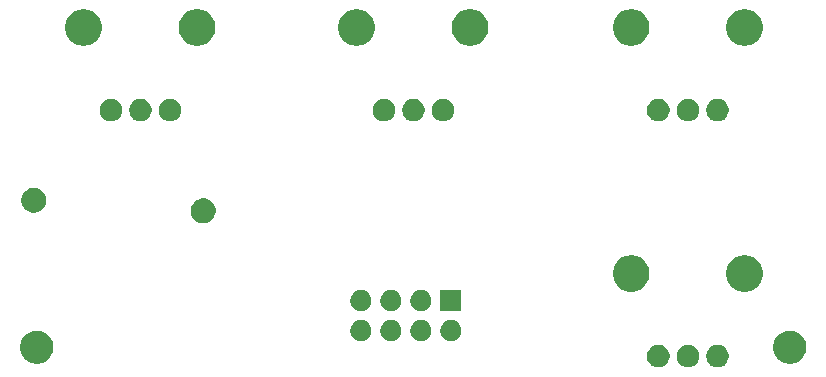
<source format=gbr>
G04 #@! TF.GenerationSoftware,KiCad,Pcbnew,5.1.5-52549c5~86~ubuntu18.04.1*
G04 #@! TF.CreationDate,2020-05-17T18:15:10-04:00*
G04 #@! TF.ProjectId,RX EQ Shield,52582045-5120-4536-9869-656c642e6b69,rev?*
G04 #@! TF.SameCoordinates,Original*
G04 #@! TF.FileFunction,Soldermask,Bot*
G04 #@! TF.FilePolarity,Negative*
%FSLAX46Y46*%
G04 Gerber Fmt 4.6, Leading zero omitted, Abs format (unit mm)*
G04 Created by KiCad (PCBNEW 5.1.5-52549c5~86~ubuntu18.04.1) date 2020-05-17 18:15:10*
%MOMM*%
%LPD*%
G04 APERTURE LIST*
%ADD10C,0.100000*%
G04 APERTURE END LIST*
D10*
G36*
X157543395Y-154279546D02*
G01*
X157716466Y-154351234D01*
X157716467Y-154351235D01*
X157872227Y-154455310D01*
X158004690Y-154587773D01*
X158004691Y-154587775D01*
X158108766Y-154743534D01*
X158180454Y-154916605D01*
X158217000Y-155100333D01*
X158217000Y-155287667D01*
X158180454Y-155471395D01*
X158108766Y-155644466D01*
X158089332Y-155673551D01*
X158004690Y-155800227D01*
X157872227Y-155932690D01*
X157793818Y-155985081D01*
X157716466Y-156036766D01*
X157543395Y-156108454D01*
X157359667Y-156145000D01*
X157172333Y-156145000D01*
X156988605Y-156108454D01*
X156815534Y-156036766D01*
X156738182Y-155985081D01*
X156659773Y-155932690D01*
X156527310Y-155800227D01*
X156442668Y-155673551D01*
X156423234Y-155644466D01*
X156351546Y-155471395D01*
X156315000Y-155287667D01*
X156315000Y-155100333D01*
X156351546Y-154916605D01*
X156423234Y-154743534D01*
X156527309Y-154587775D01*
X156527310Y-154587773D01*
X156659773Y-154455310D01*
X156815533Y-154351235D01*
X156815534Y-154351234D01*
X156988605Y-154279546D01*
X157172333Y-154243000D01*
X157359667Y-154243000D01*
X157543395Y-154279546D01*
G37*
G36*
X160043395Y-154279546D02*
G01*
X160216466Y-154351234D01*
X160216467Y-154351235D01*
X160372227Y-154455310D01*
X160504690Y-154587773D01*
X160504691Y-154587775D01*
X160608766Y-154743534D01*
X160680454Y-154916605D01*
X160717000Y-155100333D01*
X160717000Y-155287667D01*
X160680454Y-155471395D01*
X160608766Y-155644466D01*
X160589332Y-155673551D01*
X160504690Y-155800227D01*
X160372227Y-155932690D01*
X160293818Y-155985081D01*
X160216466Y-156036766D01*
X160043395Y-156108454D01*
X159859667Y-156145000D01*
X159672333Y-156145000D01*
X159488605Y-156108454D01*
X159315534Y-156036766D01*
X159238182Y-155985081D01*
X159159773Y-155932690D01*
X159027310Y-155800227D01*
X158942668Y-155673551D01*
X158923234Y-155644466D01*
X158851546Y-155471395D01*
X158815000Y-155287667D01*
X158815000Y-155100333D01*
X158851546Y-154916605D01*
X158923234Y-154743534D01*
X159027309Y-154587775D01*
X159027310Y-154587773D01*
X159159773Y-154455310D01*
X159315533Y-154351235D01*
X159315534Y-154351234D01*
X159488605Y-154279546D01*
X159672333Y-154243000D01*
X159859667Y-154243000D01*
X160043395Y-154279546D01*
G37*
G36*
X162543395Y-154279546D02*
G01*
X162716466Y-154351234D01*
X162716467Y-154351235D01*
X162872227Y-154455310D01*
X163004690Y-154587773D01*
X163004691Y-154587775D01*
X163108766Y-154743534D01*
X163180454Y-154916605D01*
X163217000Y-155100333D01*
X163217000Y-155287667D01*
X163180454Y-155471395D01*
X163108766Y-155644466D01*
X163089332Y-155673551D01*
X163004690Y-155800227D01*
X162872227Y-155932690D01*
X162793818Y-155985081D01*
X162716466Y-156036766D01*
X162543395Y-156108454D01*
X162359667Y-156145000D01*
X162172333Y-156145000D01*
X161988605Y-156108454D01*
X161815534Y-156036766D01*
X161738182Y-155985081D01*
X161659773Y-155932690D01*
X161527310Y-155800227D01*
X161442668Y-155673551D01*
X161423234Y-155644466D01*
X161351546Y-155471395D01*
X161315000Y-155287667D01*
X161315000Y-155100333D01*
X161351546Y-154916605D01*
X161423234Y-154743534D01*
X161527309Y-154587775D01*
X161527310Y-154587773D01*
X161659773Y-154455310D01*
X161815533Y-154351235D01*
X161815534Y-154351234D01*
X161988605Y-154279546D01*
X162172333Y-154243000D01*
X162359667Y-154243000D01*
X162543395Y-154279546D01*
G37*
G36*
X168720433Y-153066893D02*
G01*
X168810657Y-153084839D01*
X168904574Y-153123741D01*
X169065621Y-153190449D01*
X169065622Y-153190450D01*
X169295086Y-153343772D01*
X169490228Y-153538914D01*
X169537294Y-153609354D01*
X169643551Y-153768379D01*
X169749161Y-154023344D01*
X169803000Y-154294012D01*
X169803000Y-154569988D01*
X169749161Y-154840656D01*
X169643551Y-155095621D01*
X169640401Y-155100335D01*
X169490228Y-155325086D01*
X169295086Y-155520228D01*
X169141763Y-155622675D01*
X169065621Y-155673551D01*
X168916267Y-155735415D01*
X168810657Y-155779161D01*
X168720433Y-155797107D01*
X168539988Y-155833000D01*
X168264012Y-155833000D01*
X168083567Y-155797107D01*
X167993343Y-155779161D01*
X167887733Y-155735415D01*
X167738379Y-155673551D01*
X167662237Y-155622675D01*
X167508914Y-155520228D01*
X167313772Y-155325086D01*
X167163599Y-155100335D01*
X167160449Y-155095621D01*
X167054839Y-154840656D01*
X167001000Y-154569988D01*
X167001000Y-154294012D01*
X167054839Y-154023344D01*
X167160449Y-153768379D01*
X167266706Y-153609354D01*
X167313772Y-153538914D01*
X167508914Y-153343772D01*
X167738378Y-153190450D01*
X167738379Y-153190449D01*
X167899426Y-153123741D01*
X167993343Y-153084839D01*
X168083567Y-153066893D01*
X168264012Y-153031000D01*
X168539988Y-153031000D01*
X168720433Y-153066893D01*
G37*
G36*
X104966433Y-153066893D02*
G01*
X105056657Y-153084839D01*
X105150574Y-153123741D01*
X105311621Y-153190449D01*
X105311622Y-153190450D01*
X105541086Y-153343772D01*
X105736228Y-153538914D01*
X105783294Y-153609354D01*
X105889551Y-153768379D01*
X105995161Y-154023344D01*
X106049000Y-154294012D01*
X106049000Y-154569988D01*
X105995161Y-154840656D01*
X105889551Y-155095621D01*
X105886401Y-155100335D01*
X105736228Y-155325086D01*
X105541086Y-155520228D01*
X105387763Y-155622675D01*
X105311621Y-155673551D01*
X105162267Y-155735415D01*
X105056657Y-155779161D01*
X104966433Y-155797107D01*
X104785988Y-155833000D01*
X104510012Y-155833000D01*
X104329567Y-155797107D01*
X104239343Y-155779161D01*
X104133733Y-155735415D01*
X103984379Y-155673551D01*
X103908237Y-155622675D01*
X103754914Y-155520228D01*
X103559772Y-155325086D01*
X103409599Y-155100335D01*
X103406449Y-155095621D01*
X103300839Y-154840656D01*
X103247000Y-154569988D01*
X103247000Y-154294012D01*
X103300839Y-154023344D01*
X103406449Y-153768379D01*
X103512706Y-153609354D01*
X103559772Y-153538914D01*
X103754914Y-153343772D01*
X103984378Y-153190450D01*
X103984379Y-153190449D01*
X104145426Y-153123741D01*
X104239343Y-153084839D01*
X104329567Y-153066893D01*
X104510012Y-153031000D01*
X104785988Y-153031000D01*
X104966433Y-153066893D01*
G37*
G36*
X139813512Y-152138927D02*
G01*
X139962812Y-152168624D01*
X140126784Y-152236544D01*
X140274354Y-152335147D01*
X140399853Y-152460646D01*
X140498456Y-152608216D01*
X140566376Y-152772188D01*
X140601000Y-152946259D01*
X140601000Y-153123741D01*
X140566376Y-153297812D01*
X140498456Y-153461784D01*
X140399853Y-153609354D01*
X140274354Y-153734853D01*
X140126784Y-153833456D01*
X139962812Y-153901376D01*
X139813512Y-153931073D01*
X139788742Y-153936000D01*
X139611258Y-153936000D01*
X139586488Y-153931073D01*
X139437188Y-153901376D01*
X139273216Y-153833456D01*
X139125646Y-153734853D01*
X139000147Y-153609354D01*
X138901544Y-153461784D01*
X138833624Y-153297812D01*
X138799000Y-153123741D01*
X138799000Y-152946259D01*
X138833624Y-152772188D01*
X138901544Y-152608216D01*
X139000147Y-152460646D01*
X139125646Y-152335147D01*
X139273216Y-152236544D01*
X139437188Y-152168624D01*
X139586488Y-152138927D01*
X139611258Y-152134000D01*
X139788742Y-152134000D01*
X139813512Y-152138927D01*
G37*
G36*
X132193512Y-152138927D02*
G01*
X132342812Y-152168624D01*
X132506784Y-152236544D01*
X132654354Y-152335147D01*
X132779853Y-152460646D01*
X132878456Y-152608216D01*
X132946376Y-152772188D01*
X132981000Y-152946259D01*
X132981000Y-153123741D01*
X132946376Y-153297812D01*
X132878456Y-153461784D01*
X132779853Y-153609354D01*
X132654354Y-153734853D01*
X132506784Y-153833456D01*
X132342812Y-153901376D01*
X132193512Y-153931073D01*
X132168742Y-153936000D01*
X131991258Y-153936000D01*
X131966488Y-153931073D01*
X131817188Y-153901376D01*
X131653216Y-153833456D01*
X131505646Y-153734853D01*
X131380147Y-153609354D01*
X131281544Y-153461784D01*
X131213624Y-153297812D01*
X131179000Y-153123741D01*
X131179000Y-152946259D01*
X131213624Y-152772188D01*
X131281544Y-152608216D01*
X131380147Y-152460646D01*
X131505646Y-152335147D01*
X131653216Y-152236544D01*
X131817188Y-152168624D01*
X131966488Y-152138927D01*
X131991258Y-152134000D01*
X132168742Y-152134000D01*
X132193512Y-152138927D01*
G37*
G36*
X134733512Y-152138927D02*
G01*
X134882812Y-152168624D01*
X135046784Y-152236544D01*
X135194354Y-152335147D01*
X135319853Y-152460646D01*
X135418456Y-152608216D01*
X135486376Y-152772188D01*
X135521000Y-152946259D01*
X135521000Y-153123741D01*
X135486376Y-153297812D01*
X135418456Y-153461784D01*
X135319853Y-153609354D01*
X135194354Y-153734853D01*
X135046784Y-153833456D01*
X134882812Y-153901376D01*
X134733512Y-153931073D01*
X134708742Y-153936000D01*
X134531258Y-153936000D01*
X134506488Y-153931073D01*
X134357188Y-153901376D01*
X134193216Y-153833456D01*
X134045646Y-153734853D01*
X133920147Y-153609354D01*
X133821544Y-153461784D01*
X133753624Y-153297812D01*
X133719000Y-153123741D01*
X133719000Y-152946259D01*
X133753624Y-152772188D01*
X133821544Y-152608216D01*
X133920147Y-152460646D01*
X134045646Y-152335147D01*
X134193216Y-152236544D01*
X134357188Y-152168624D01*
X134506488Y-152138927D01*
X134531258Y-152134000D01*
X134708742Y-152134000D01*
X134733512Y-152138927D01*
G37*
G36*
X137273512Y-152138927D02*
G01*
X137422812Y-152168624D01*
X137586784Y-152236544D01*
X137734354Y-152335147D01*
X137859853Y-152460646D01*
X137958456Y-152608216D01*
X138026376Y-152772188D01*
X138061000Y-152946259D01*
X138061000Y-153123741D01*
X138026376Y-153297812D01*
X137958456Y-153461784D01*
X137859853Y-153609354D01*
X137734354Y-153734853D01*
X137586784Y-153833456D01*
X137422812Y-153901376D01*
X137273512Y-153931073D01*
X137248742Y-153936000D01*
X137071258Y-153936000D01*
X137046488Y-153931073D01*
X136897188Y-153901376D01*
X136733216Y-153833456D01*
X136585646Y-153734853D01*
X136460147Y-153609354D01*
X136361544Y-153461784D01*
X136293624Y-153297812D01*
X136259000Y-153123741D01*
X136259000Y-152946259D01*
X136293624Y-152772188D01*
X136361544Y-152608216D01*
X136460147Y-152460646D01*
X136585646Y-152335147D01*
X136733216Y-152236544D01*
X136897188Y-152168624D01*
X137046488Y-152138927D01*
X137071258Y-152134000D01*
X137248742Y-152134000D01*
X137273512Y-152138927D01*
G37*
G36*
X140601000Y-151396000D02*
G01*
X138799000Y-151396000D01*
X138799000Y-149594000D01*
X140601000Y-149594000D01*
X140601000Y-151396000D01*
G37*
G36*
X132193512Y-149598927D02*
G01*
X132342812Y-149628624D01*
X132506784Y-149696544D01*
X132654354Y-149795147D01*
X132779853Y-149920646D01*
X132878456Y-150068216D01*
X132946376Y-150232188D01*
X132981000Y-150406259D01*
X132981000Y-150583741D01*
X132946376Y-150757812D01*
X132878456Y-150921784D01*
X132779853Y-151069354D01*
X132654354Y-151194853D01*
X132506784Y-151293456D01*
X132342812Y-151361376D01*
X132193512Y-151391073D01*
X132168742Y-151396000D01*
X131991258Y-151396000D01*
X131966488Y-151391073D01*
X131817188Y-151361376D01*
X131653216Y-151293456D01*
X131505646Y-151194853D01*
X131380147Y-151069354D01*
X131281544Y-150921784D01*
X131213624Y-150757812D01*
X131179000Y-150583741D01*
X131179000Y-150406259D01*
X131213624Y-150232188D01*
X131281544Y-150068216D01*
X131380147Y-149920646D01*
X131505646Y-149795147D01*
X131653216Y-149696544D01*
X131817188Y-149628624D01*
X131966488Y-149598927D01*
X131991258Y-149594000D01*
X132168742Y-149594000D01*
X132193512Y-149598927D01*
G37*
G36*
X137273512Y-149598927D02*
G01*
X137422812Y-149628624D01*
X137586784Y-149696544D01*
X137734354Y-149795147D01*
X137859853Y-149920646D01*
X137958456Y-150068216D01*
X138026376Y-150232188D01*
X138061000Y-150406259D01*
X138061000Y-150583741D01*
X138026376Y-150757812D01*
X137958456Y-150921784D01*
X137859853Y-151069354D01*
X137734354Y-151194853D01*
X137586784Y-151293456D01*
X137422812Y-151361376D01*
X137273512Y-151391073D01*
X137248742Y-151396000D01*
X137071258Y-151396000D01*
X137046488Y-151391073D01*
X136897188Y-151361376D01*
X136733216Y-151293456D01*
X136585646Y-151194853D01*
X136460147Y-151069354D01*
X136361544Y-150921784D01*
X136293624Y-150757812D01*
X136259000Y-150583741D01*
X136259000Y-150406259D01*
X136293624Y-150232188D01*
X136361544Y-150068216D01*
X136460147Y-149920646D01*
X136585646Y-149795147D01*
X136733216Y-149696544D01*
X136897188Y-149628624D01*
X137046488Y-149598927D01*
X137071258Y-149594000D01*
X137248742Y-149594000D01*
X137273512Y-149598927D01*
G37*
G36*
X134733512Y-149598927D02*
G01*
X134882812Y-149628624D01*
X135046784Y-149696544D01*
X135194354Y-149795147D01*
X135319853Y-149920646D01*
X135418456Y-150068216D01*
X135486376Y-150232188D01*
X135521000Y-150406259D01*
X135521000Y-150583741D01*
X135486376Y-150757812D01*
X135418456Y-150921784D01*
X135319853Y-151069354D01*
X135194354Y-151194853D01*
X135046784Y-151293456D01*
X134882812Y-151361376D01*
X134733512Y-151391073D01*
X134708742Y-151396000D01*
X134531258Y-151396000D01*
X134506488Y-151391073D01*
X134357188Y-151361376D01*
X134193216Y-151293456D01*
X134045646Y-151194853D01*
X133920147Y-151069354D01*
X133821544Y-150921784D01*
X133753624Y-150757812D01*
X133719000Y-150583741D01*
X133719000Y-150406259D01*
X133753624Y-150232188D01*
X133821544Y-150068216D01*
X133920147Y-149920646D01*
X134045646Y-149795147D01*
X134193216Y-149696544D01*
X134357188Y-149628624D01*
X134506488Y-149598927D01*
X134531258Y-149594000D01*
X134708742Y-149594000D01*
X134733512Y-149598927D01*
G37*
G36*
X164868585Y-146672802D02*
G01*
X165018410Y-146702604D01*
X165300674Y-146819521D01*
X165554705Y-146989259D01*
X165770741Y-147205295D01*
X165940479Y-147459326D01*
X166057396Y-147741590D01*
X166117000Y-148041240D01*
X166117000Y-148346760D01*
X166057396Y-148646410D01*
X165940479Y-148928674D01*
X165770741Y-149182705D01*
X165554705Y-149398741D01*
X165300674Y-149568479D01*
X165018410Y-149685396D01*
X164962365Y-149696544D01*
X164718761Y-149745000D01*
X164413239Y-149745000D01*
X164169635Y-149696544D01*
X164113590Y-149685396D01*
X163831326Y-149568479D01*
X163577295Y-149398741D01*
X163361259Y-149182705D01*
X163191521Y-148928674D01*
X163074604Y-148646410D01*
X163015000Y-148346760D01*
X163015000Y-148041240D01*
X163074604Y-147741590D01*
X163191521Y-147459326D01*
X163361259Y-147205295D01*
X163577295Y-146989259D01*
X163831326Y-146819521D01*
X164113590Y-146702604D01*
X164263415Y-146672802D01*
X164413239Y-146643000D01*
X164718761Y-146643000D01*
X164868585Y-146672802D01*
G37*
G36*
X155268585Y-146672802D02*
G01*
X155418410Y-146702604D01*
X155700674Y-146819521D01*
X155954705Y-146989259D01*
X156170741Y-147205295D01*
X156340479Y-147459326D01*
X156457396Y-147741590D01*
X156517000Y-148041240D01*
X156517000Y-148346760D01*
X156457396Y-148646410D01*
X156340479Y-148928674D01*
X156170741Y-149182705D01*
X155954705Y-149398741D01*
X155700674Y-149568479D01*
X155418410Y-149685396D01*
X155362365Y-149696544D01*
X155118761Y-149745000D01*
X154813239Y-149745000D01*
X154569635Y-149696544D01*
X154513590Y-149685396D01*
X154231326Y-149568479D01*
X153977295Y-149398741D01*
X153761259Y-149182705D01*
X153591521Y-148928674D01*
X153474604Y-148646410D01*
X153415000Y-148346760D01*
X153415000Y-148041240D01*
X153474604Y-147741590D01*
X153591521Y-147459326D01*
X153761259Y-147205295D01*
X153977295Y-146989259D01*
X154231326Y-146819521D01*
X154513590Y-146702604D01*
X154663415Y-146672802D01*
X154813239Y-146643000D01*
X155118761Y-146643000D01*
X155268585Y-146672802D01*
G37*
G36*
X119051564Y-141864389D02*
G01*
X119242833Y-141943615D01*
X119242835Y-141943616D01*
X119414973Y-142058635D01*
X119561365Y-142205027D01*
X119676385Y-142377167D01*
X119755611Y-142568436D01*
X119796000Y-142771484D01*
X119796000Y-142978516D01*
X119755611Y-143181564D01*
X119676385Y-143372833D01*
X119676384Y-143372835D01*
X119561365Y-143544973D01*
X119414973Y-143691365D01*
X119242835Y-143806384D01*
X119242834Y-143806385D01*
X119242833Y-143806385D01*
X119051564Y-143885611D01*
X118848516Y-143926000D01*
X118641484Y-143926000D01*
X118438436Y-143885611D01*
X118247167Y-143806385D01*
X118247166Y-143806385D01*
X118247165Y-143806384D01*
X118075027Y-143691365D01*
X117928635Y-143544973D01*
X117813616Y-143372835D01*
X117813615Y-143372833D01*
X117734389Y-143181564D01*
X117694000Y-142978516D01*
X117694000Y-142771484D01*
X117734389Y-142568436D01*
X117813615Y-142377167D01*
X117928635Y-142205027D01*
X118075027Y-142058635D01*
X118247165Y-141943616D01*
X118247167Y-141943615D01*
X118438436Y-141864389D01*
X118641484Y-141824000D01*
X118848516Y-141824000D01*
X119051564Y-141864389D01*
G37*
G36*
X104700564Y-140975389D02*
G01*
X104891833Y-141054615D01*
X104891835Y-141054616D01*
X105063973Y-141169635D01*
X105210365Y-141316027D01*
X105325385Y-141488167D01*
X105404611Y-141679436D01*
X105445000Y-141882484D01*
X105445000Y-142089516D01*
X105404611Y-142292564D01*
X105369568Y-142377165D01*
X105325384Y-142483835D01*
X105210365Y-142655973D01*
X105063973Y-142802365D01*
X104891835Y-142917384D01*
X104891834Y-142917385D01*
X104891833Y-142917385D01*
X104700564Y-142996611D01*
X104497516Y-143037000D01*
X104290484Y-143037000D01*
X104087436Y-142996611D01*
X103896167Y-142917385D01*
X103896166Y-142917385D01*
X103896165Y-142917384D01*
X103724027Y-142802365D01*
X103577635Y-142655973D01*
X103462616Y-142483835D01*
X103418432Y-142377165D01*
X103383389Y-142292564D01*
X103343000Y-142089516D01*
X103343000Y-141882484D01*
X103383389Y-141679436D01*
X103462615Y-141488167D01*
X103577635Y-141316027D01*
X103724027Y-141169635D01*
X103896165Y-141054616D01*
X103896167Y-141054615D01*
X104087436Y-140975389D01*
X104290484Y-140935000D01*
X104497516Y-140935000D01*
X104700564Y-140975389D01*
G37*
G36*
X157543395Y-133451546D02*
G01*
X157716466Y-133523234D01*
X157716467Y-133523235D01*
X157872227Y-133627310D01*
X158004690Y-133759773D01*
X158004691Y-133759775D01*
X158108766Y-133915534D01*
X158180454Y-134088605D01*
X158217000Y-134272333D01*
X158217000Y-134459667D01*
X158180454Y-134643395D01*
X158108766Y-134816466D01*
X158108765Y-134816467D01*
X158004690Y-134972227D01*
X157872227Y-135104690D01*
X157793818Y-135157081D01*
X157716466Y-135208766D01*
X157543395Y-135280454D01*
X157359667Y-135317000D01*
X157172333Y-135317000D01*
X156988605Y-135280454D01*
X156815534Y-135208766D01*
X156738182Y-135157081D01*
X156659773Y-135104690D01*
X156527310Y-134972227D01*
X156423235Y-134816467D01*
X156423234Y-134816466D01*
X156351546Y-134643395D01*
X156315000Y-134459667D01*
X156315000Y-134272333D01*
X156351546Y-134088605D01*
X156423234Y-133915534D01*
X156527309Y-133759775D01*
X156527310Y-133759773D01*
X156659773Y-133627310D01*
X156815533Y-133523235D01*
X156815534Y-133523234D01*
X156988605Y-133451546D01*
X157172333Y-133415000D01*
X157359667Y-133415000D01*
X157543395Y-133451546D01*
G37*
G36*
X162543395Y-133451546D02*
G01*
X162716466Y-133523234D01*
X162716467Y-133523235D01*
X162872227Y-133627310D01*
X163004690Y-133759773D01*
X163004691Y-133759775D01*
X163108766Y-133915534D01*
X163180454Y-134088605D01*
X163217000Y-134272333D01*
X163217000Y-134459667D01*
X163180454Y-134643395D01*
X163108766Y-134816466D01*
X163108765Y-134816467D01*
X163004690Y-134972227D01*
X162872227Y-135104690D01*
X162793818Y-135157081D01*
X162716466Y-135208766D01*
X162543395Y-135280454D01*
X162359667Y-135317000D01*
X162172333Y-135317000D01*
X161988605Y-135280454D01*
X161815534Y-135208766D01*
X161738182Y-135157081D01*
X161659773Y-135104690D01*
X161527310Y-134972227D01*
X161423235Y-134816467D01*
X161423234Y-134816466D01*
X161351546Y-134643395D01*
X161315000Y-134459667D01*
X161315000Y-134272333D01*
X161351546Y-134088605D01*
X161423234Y-133915534D01*
X161527309Y-133759775D01*
X161527310Y-133759773D01*
X161659773Y-133627310D01*
X161815533Y-133523235D01*
X161815534Y-133523234D01*
X161988605Y-133451546D01*
X162172333Y-133415000D01*
X162359667Y-133415000D01*
X162543395Y-133451546D01*
G37*
G36*
X134302395Y-133451546D02*
G01*
X134475466Y-133523234D01*
X134475467Y-133523235D01*
X134631227Y-133627310D01*
X134763690Y-133759773D01*
X134763691Y-133759775D01*
X134867766Y-133915534D01*
X134939454Y-134088605D01*
X134976000Y-134272333D01*
X134976000Y-134459667D01*
X134939454Y-134643395D01*
X134867766Y-134816466D01*
X134867765Y-134816467D01*
X134763690Y-134972227D01*
X134631227Y-135104690D01*
X134552818Y-135157081D01*
X134475466Y-135208766D01*
X134302395Y-135280454D01*
X134118667Y-135317000D01*
X133931333Y-135317000D01*
X133747605Y-135280454D01*
X133574534Y-135208766D01*
X133497182Y-135157081D01*
X133418773Y-135104690D01*
X133286310Y-134972227D01*
X133182235Y-134816467D01*
X133182234Y-134816466D01*
X133110546Y-134643395D01*
X133074000Y-134459667D01*
X133074000Y-134272333D01*
X133110546Y-134088605D01*
X133182234Y-133915534D01*
X133286309Y-133759775D01*
X133286310Y-133759773D01*
X133418773Y-133627310D01*
X133574533Y-133523235D01*
X133574534Y-133523234D01*
X133747605Y-133451546D01*
X133931333Y-133415000D01*
X134118667Y-133415000D01*
X134302395Y-133451546D01*
G37*
G36*
X136802395Y-133451546D02*
G01*
X136975466Y-133523234D01*
X136975467Y-133523235D01*
X137131227Y-133627310D01*
X137263690Y-133759773D01*
X137263691Y-133759775D01*
X137367766Y-133915534D01*
X137439454Y-134088605D01*
X137476000Y-134272333D01*
X137476000Y-134459667D01*
X137439454Y-134643395D01*
X137367766Y-134816466D01*
X137367765Y-134816467D01*
X137263690Y-134972227D01*
X137131227Y-135104690D01*
X137052818Y-135157081D01*
X136975466Y-135208766D01*
X136802395Y-135280454D01*
X136618667Y-135317000D01*
X136431333Y-135317000D01*
X136247605Y-135280454D01*
X136074534Y-135208766D01*
X135997182Y-135157081D01*
X135918773Y-135104690D01*
X135786310Y-134972227D01*
X135682235Y-134816467D01*
X135682234Y-134816466D01*
X135610546Y-134643395D01*
X135574000Y-134459667D01*
X135574000Y-134272333D01*
X135610546Y-134088605D01*
X135682234Y-133915534D01*
X135786309Y-133759775D01*
X135786310Y-133759773D01*
X135918773Y-133627310D01*
X136074533Y-133523235D01*
X136074534Y-133523234D01*
X136247605Y-133451546D01*
X136431333Y-133415000D01*
X136618667Y-133415000D01*
X136802395Y-133451546D01*
G37*
G36*
X139302395Y-133451546D02*
G01*
X139475466Y-133523234D01*
X139475467Y-133523235D01*
X139631227Y-133627310D01*
X139763690Y-133759773D01*
X139763691Y-133759775D01*
X139867766Y-133915534D01*
X139939454Y-134088605D01*
X139976000Y-134272333D01*
X139976000Y-134459667D01*
X139939454Y-134643395D01*
X139867766Y-134816466D01*
X139867765Y-134816467D01*
X139763690Y-134972227D01*
X139631227Y-135104690D01*
X139552818Y-135157081D01*
X139475466Y-135208766D01*
X139302395Y-135280454D01*
X139118667Y-135317000D01*
X138931333Y-135317000D01*
X138747605Y-135280454D01*
X138574534Y-135208766D01*
X138497182Y-135157081D01*
X138418773Y-135104690D01*
X138286310Y-134972227D01*
X138182235Y-134816467D01*
X138182234Y-134816466D01*
X138110546Y-134643395D01*
X138074000Y-134459667D01*
X138074000Y-134272333D01*
X138110546Y-134088605D01*
X138182234Y-133915534D01*
X138286309Y-133759775D01*
X138286310Y-133759773D01*
X138418773Y-133627310D01*
X138574533Y-133523235D01*
X138574534Y-133523234D01*
X138747605Y-133451546D01*
X138931333Y-133415000D01*
X139118667Y-133415000D01*
X139302395Y-133451546D01*
G37*
G36*
X111188395Y-133451546D02*
G01*
X111361466Y-133523234D01*
X111361467Y-133523235D01*
X111517227Y-133627310D01*
X111649690Y-133759773D01*
X111649691Y-133759775D01*
X111753766Y-133915534D01*
X111825454Y-134088605D01*
X111862000Y-134272333D01*
X111862000Y-134459667D01*
X111825454Y-134643395D01*
X111753766Y-134816466D01*
X111753765Y-134816467D01*
X111649690Y-134972227D01*
X111517227Y-135104690D01*
X111438818Y-135157081D01*
X111361466Y-135208766D01*
X111188395Y-135280454D01*
X111004667Y-135317000D01*
X110817333Y-135317000D01*
X110633605Y-135280454D01*
X110460534Y-135208766D01*
X110383182Y-135157081D01*
X110304773Y-135104690D01*
X110172310Y-134972227D01*
X110068235Y-134816467D01*
X110068234Y-134816466D01*
X109996546Y-134643395D01*
X109960000Y-134459667D01*
X109960000Y-134272333D01*
X109996546Y-134088605D01*
X110068234Y-133915534D01*
X110172309Y-133759775D01*
X110172310Y-133759773D01*
X110304773Y-133627310D01*
X110460533Y-133523235D01*
X110460534Y-133523234D01*
X110633605Y-133451546D01*
X110817333Y-133415000D01*
X111004667Y-133415000D01*
X111188395Y-133451546D01*
G37*
G36*
X113688395Y-133451546D02*
G01*
X113861466Y-133523234D01*
X113861467Y-133523235D01*
X114017227Y-133627310D01*
X114149690Y-133759773D01*
X114149691Y-133759775D01*
X114253766Y-133915534D01*
X114325454Y-134088605D01*
X114362000Y-134272333D01*
X114362000Y-134459667D01*
X114325454Y-134643395D01*
X114253766Y-134816466D01*
X114253765Y-134816467D01*
X114149690Y-134972227D01*
X114017227Y-135104690D01*
X113938818Y-135157081D01*
X113861466Y-135208766D01*
X113688395Y-135280454D01*
X113504667Y-135317000D01*
X113317333Y-135317000D01*
X113133605Y-135280454D01*
X112960534Y-135208766D01*
X112883182Y-135157081D01*
X112804773Y-135104690D01*
X112672310Y-134972227D01*
X112568235Y-134816467D01*
X112568234Y-134816466D01*
X112496546Y-134643395D01*
X112460000Y-134459667D01*
X112460000Y-134272333D01*
X112496546Y-134088605D01*
X112568234Y-133915534D01*
X112672309Y-133759775D01*
X112672310Y-133759773D01*
X112804773Y-133627310D01*
X112960533Y-133523235D01*
X112960534Y-133523234D01*
X113133605Y-133451546D01*
X113317333Y-133415000D01*
X113504667Y-133415000D01*
X113688395Y-133451546D01*
G37*
G36*
X116188395Y-133451546D02*
G01*
X116361466Y-133523234D01*
X116361467Y-133523235D01*
X116517227Y-133627310D01*
X116649690Y-133759773D01*
X116649691Y-133759775D01*
X116753766Y-133915534D01*
X116825454Y-134088605D01*
X116862000Y-134272333D01*
X116862000Y-134459667D01*
X116825454Y-134643395D01*
X116753766Y-134816466D01*
X116753765Y-134816467D01*
X116649690Y-134972227D01*
X116517227Y-135104690D01*
X116438818Y-135157081D01*
X116361466Y-135208766D01*
X116188395Y-135280454D01*
X116004667Y-135317000D01*
X115817333Y-135317000D01*
X115633605Y-135280454D01*
X115460534Y-135208766D01*
X115383182Y-135157081D01*
X115304773Y-135104690D01*
X115172310Y-134972227D01*
X115068235Y-134816467D01*
X115068234Y-134816466D01*
X114996546Y-134643395D01*
X114960000Y-134459667D01*
X114960000Y-134272333D01*
X114996546Y-134088605D01*
X115068234Y-133915534D01*
X115172309Y-133759775D01*
X115172310Y-133759773D01*
X115304773Y-133627310D01*
X115460533Y-133523235D01*
X115460534Y-133523234D01*
X115633605Y-133451546D01*
X115817333Y-133415000D01*
X116004667Y-133415000D01*
X116188395Y-133451546D01*
G37*
G36*
X160043395Y-133451546D02*
G01*
X160216466Y-133523234D01*
X160216467Y-133523235D01*
X160372227Y-133627310D01*
X160504690Y-133759773D01*
X160504691Y-133759775D01*
X160608766Y-133915534D01*
X160680454Y-134088605D01*
X160717000Y-134272333D01*
X160717000Y-134459667D01*
X160680454Y-134643395D01*
X160608766Y-134816466D01*
X160608765Y-134816467D01*
X160504690Y-134972227D01*
X160372227Y-135104690D01*
X160293818Y-135157081D01*
X160216466Y-135208766D01*
X160043395Y-135280454D01*
X159859667Y-135317000D01*
X159672333Y-135317000D01*
X159488605Y-135280454D01*
X159315534Y-135208766D01*
X159238182Y-135157081D01*
X159159773Y-135104690D01*
X159027310Y-134972227D01*
X158923235Y-134816467D01*
X158923234Y-134816466D01*
X158851546Y-134643395D01*
X158815000Y-134459667D01*
X158815000Y-134272333D01*
X158851546Y-134088605D01*
X158923234Y-133915534D01*
X159027309Y-133759775D01*
X159027310Y-133759773D01*
X159159773Y-133627310D01*
X159315533Y-133523235D01*
X159315534Y-133523234D01*
X159488605Y-133451546D01*
X159672333Y-133415000D01*
X159859667Y-133415000D01*
X160043395Y-133451546D01*
G37*
G36*
X141627585Y-125844802D02*
G01*
X141777410Y-125874604D01*
X142059674Y-125991521D01*
X142313705Y-126161259D01*
X142529741Y-126377295D01*
X142699479Y-126631326D01*
X142816396Y-126913590D01*
X142876000Y-127213240D01*
X142876000Y-127518760D01*
X142816396Y-127818410D01*
X142699479Y-128100674D01*
X142529741Y-128354705D01*
X142313705Y-128570741D01*
X142059674Y-128740479D01*
X141777410Y-128857396D01*
X141627585Y-128887198D01*
X141477761Y-128917000D01*
X141172239Y-128917000D01*
X141022415Y-128887198D01*
X140872590Y-128857396D01*
X140590326Y-128740479D01*
X140336295Y-128570741D01*
X140120259Y-128354705D01*
X139950521Y-128100674D01*
X139833604Y-127818410D01*
X139774000Y-127518760D01*
X139774000Y-127213240D01*
X139833604Y-126913590D01*
X139950521Y-126631326D01*
X140120259Y-126377295D01*
X140336295Y-126161259D01*
X140590326Y-125991521D01*
X140872590Y-125874604D01*
X141022415Y-125844802D01*
X141172239Y-125815000D01*
X141477761Y-125815000D01*
X141627585Y-125844802D01*
G37*
G36*
X132027585Y-125844802D02*
G01*
X132177410Y-125874604D01*
X132459674Y-125991521D01*
X132713705Y-126161259D01*
X132929741Y-126377295D01*
X133099479Y-126631326D01*
X133216396Y-126913590D01*
X133276000Y-127213240D01*
X133276000Y-127518760D01*
X133216396Y-127818410D01*
X133099479Y-128100674D01*
X132929741Y-128354705D01*
X132713705Y-128570741D01*
X132459674Y-128740479D01*
X132177410Y-128857396D01*
X132027585Y-128887198D01*
X131877761Y-128917000D01*
X131572239Y-128917000D01*
X131422415Y-128887198D01*
X131272590Y-128857396D01*
X130990326Y-128740479D01*
X130736295Y-128570741D01*
X130520259Y-128354705D01*
X130350521Y-128100674D01*
X130233604Y-127818410D01*
X130174000Y-127518760D01*
X130174000Y-127213240D01*
X130233604Y-126913590D01*
X130350521Y-126631326D01*
X130520259Y-126377295D01*
X130736295Y-126161259D01*
X130990326Y-125991521D01*
X131272590Y-125874604D01*
X131422415Y-125844802D01*
X131572239Y-125815000D01*
X131877761Y-125815000D01*
X132027585Y-125844802D01*
G37*
G36*
X155268585Y-125844802D02*
G01*
X155418410Y-125874604D01*
X155700674Y-125991521D01*
X155954705Y-126161259D01*
X156170741Y-126377295D01*
X156340479Y-126631326D01*
X156457396Y-126913590D01*
X156517000Y-127213240D01*
X156517000Y-127518760D01*
X156457396Y-127818410D01*
X156340479Y-128100674D01*
X156170741Y-128354705D01*
X155954705Y-128570741D01*
X155700674Y-128740479D01*
X155418410Y-128857396D01*
X155268585Y-128887198D01*
X155118761Y-128917000D01*
X154813239Y-128917000D01*
X154663415Y-128887198D01*
X154513590Y-128857396D01*
X154231326Y-128740479D01*
X153977295Y-128570741D01*
X153761259Y-128354705D01*
X153591521Y-128100674D01*
X153474604Y-127818410D01*
X153415000Y-127518760D01*
X153415000Y-127213240D01*
X153474604Y-126913590D01*
X153591521Y-126631326D01*
X153761259Y-126377295D01*
X153977295Y-126161259D01*
X154231326Y-125991521D01*
X154513590Y-125874604D01*
X154663415Y-125844802D01*
X154813239Y-125815000D01*
X155118761Y-125815000D01*
X155268585Y-125844802D01*
G37*
G36*
X108913585Y-125844802D02*
G01*
X109063410Y-125874604D01*
X109345674Y-125991521D01*
X109599705Y-126161259D01*
X109815741Y-126377295D01*
X109985479Y-126631326D01*
X110102396Y-126913590D01*
X110162000Y-127213240D01*
X110162000Y-127518760D01*
X110102396Y-127818410D01*
X109985479Y-128100674D01*
X109815741Y-128354705D01*
X109599705Y-128570741D01*
X109345674Y-128740479D01*
X109063410Y-128857396D01*
X108913585Y-128887198D01*
X108763761Y-128917000D01*
X108458239Y-128917000D01*
X108308415Y-128887198D01*
X108158590Y-128857396D01*
X107876326Y-128740479D01*
X107622295Y-128570741D01*
X107406259Y-128354705D01*
X107236521Y-128100674D01*
X107119604Y-127818410D01*
X107060000Y-127518760D01*
X107060000Y-127213240D01*
X107119604Y-126913590D01*
X107236521Y-126631326D01*
X107406259Y-126377295D01*
X107622295Y-126161259D01*
X107876326Y-125991521D01*
X108158590Y-125874604D01*
X108308415Y-125844802D01*
X108458239Y-125815000D01*
X108763761Y-125815000D01*
X108913585Y-125844802D01*
G37*
G36*
X118513585Y-125844802D02*
G01*
X118663410Y-125874604D01*
X118945674Y-125991521D01*
X119199705Y-126161259D01*
X119415741Y-126377295D01*
X119585479Y-126631326D01*
X119702396Y-126913590D01*
X119762000Y-127213240D01*
X119762000Y-127518760D01*
X119702396Y-127818410D01*
X119585479Y-128100674D01*
X119415741Y-128354705D01*
X119199705Y-128570741D01*
X118945674Y-128740479D01*
X118663410Y-128857396D01*
X118513585Y-128887198D01*
X118363761Y-128917000D01*
X118058239Y-128917000D01*
X117908415Y-128887198D01*
X117758590Y-128857396D01*
X117476326Y-128740479D01*
X117222295Y-128570741D01*
X117006259Y-128354705D01*
X116836521Y-128100674D01*
X116719604Y-127818410D01*
X116660000Y-127518760D01*
X116660000Y-127213240D01*
X116719604Y-126913590D01*
X116836521Y-126631326D01*
X117006259Y-126377295D01*
X117222295Y-126161259D01*
X117476326Y-125991521D01*
X117758590Y-125874604D01*
X117908415Y-125844802D01*
X118058239Y-125815000D01*
X118363761Y-125815000D01*
X118513585Y-125844802D01*
G37*
G36*
X164868585Y-125844802D02*
G01*
X165018410Y-125874604D01*
X165300674Y-125991521D01*
X165554705Y-126161259D01*
X165770741Y-126377295D01*
X165940479Y-126631326D01*
X166057396Y-126913590D01*
X166117000Y-127213240D01*
X166117000Y-127518760D01*
X166057396Y-127818410D01*
X165940479Y-128100674D01*
X165770741Y-128354705D01*
X165554705Y-128570741D01*
X165300674Y-128740479D01*
X165018410Y-128857396D01*
X164868585Y-128887198D01*
X164718761Y-128917000D01*
X164413239Y-128917000D01*
X164263415Y-128887198D01*
X164113590Y-128857396D01*
X163831326Y-128740479D01*
X163577295Y-128570741D01*
X163361259Y-128354705D01*
X163191521Y-128100674D01*
X163074604Y-127818410D01*
X163015000Y-127518760D01*
X163015000Y-127213240D01*
X163074604Y-126913590D01*
X163191521Y-126631326D01*
X163361259Y-126377295D01*
X163577295Y-126161259D01*
X163831326Y-125991521D01*
X164113590Y-125874604D01*
X164263415Y-125844802D01*
X164413239Y-125815000D01*
X164718761Y-125815000D01*
X164868585Y-125844802D01*
G37*
M02*

</source>
